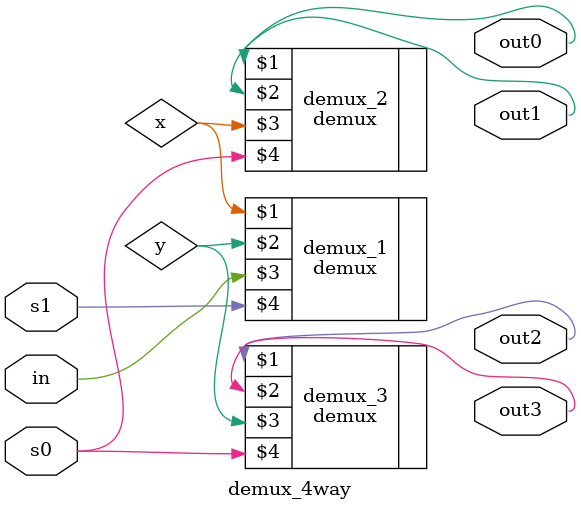
<source format=v>

module demux_4way(out0,out1,out2,out3,in,s0,s1);

input in,s0,s1;
output out0,out1,out2,out3;
 
wire x,y;
demux demux_1(x,y,in,s1);

demux demux_2(out0,out1,x,s0);
demux demux_3(out2,out3,y,s0);

endmodule

</source>
